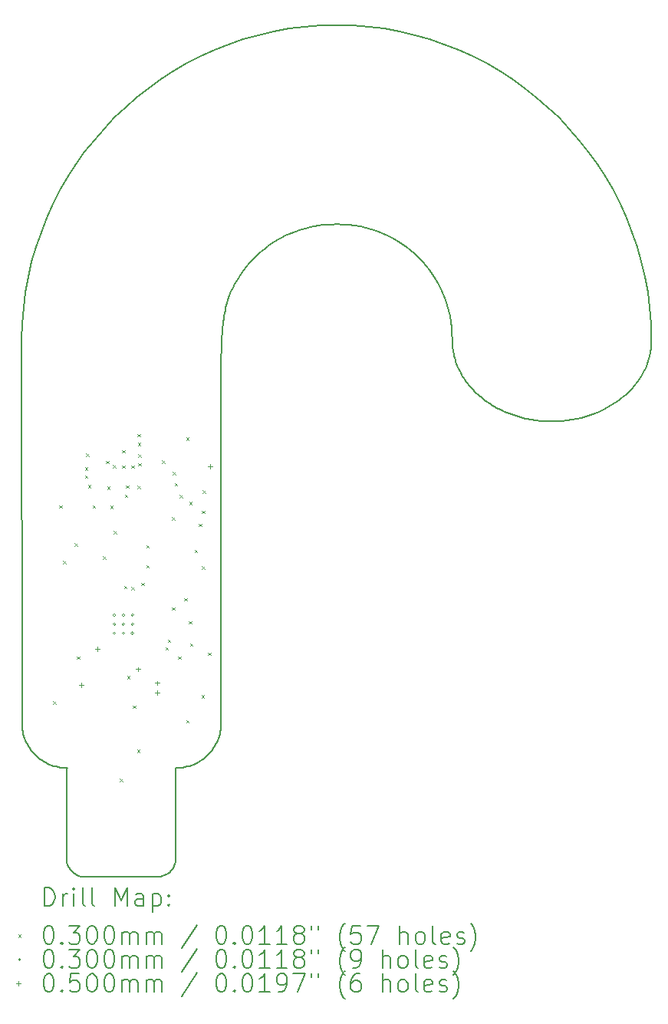
<source format=gbr>
%TF.GenerationSoftware,KiCad,Pcbnew,7.0.9*%
%TF.CreationDate,2023-12-10T17:51:25-07:00*%
%TF.ProjectId,chrimbus2023,63687269-6d62-4757-9332-3032332e6b69,rev?*%
%TF.SameCoordinates,Original*%
%TF.FileFunction,Drillmap*%
%TF.FilePolarity,Positive*%
%FSLAX45Y45*%
G04 Gerber Fmt 4.5, Leading zero omitted, Abs format (unit mm)*
G04 Created by KiCad (PCBNEW 7.0.9) date 2023-12-10 17:51:25*
%MOMM*%
%LPD*%
G01*
G04 APERTURE LIST*
%ADD10C,0.200000*%
%ADD11C,0.100000*%
G04 APERTURE END LIST*
D10*
X8051601Y-14632172D02*
X8077331Y-14631521D01*
X8102723Y-14629590D01*
X8127746Y-14626410D01*
X8152368Y-14622013D01*
X8176558Y-14616429D01*
X8200284Y-14609691D01*
X8223515Y-14601829D01*
X8246220Y-14592876D01*
X8268367Y-14582862D01*
X8289925Y-14571820D01*
X8310863Y-14559779D01*
X8331148Y-14546773D01*
X8350750Y-14532832D01*
X8369638Y-14517987D01*
X8387779Y-14502271D01*
X8405142Y-14485714D01*
X8421697Y-14468349D01*
X8437411Y-14450205D01*
X8452253Y-14431316D01*
X8466192Y-14411712D01*
X8479196Y-14391424D01*
X8491234Y-14370485D01*
X8502274Y-14348925D01*
X8512286Y-14326776D01*
X8521238Y-14304070D01*
X8529097Y-14280837D01*
X8535834Y-14257109D01*
X8541416Y-14232918D01*
X8545812Y-14208296D01*
X8548991Y-14183272D01*
X8550921Y-14157880D01*
X8551571Y-14132150D01*
X13301565Y-9906000D02*
X13297006Y-9728280D01*
X13283477Y-9552763D01*
X13261206Y-9379674D01*
X13230418Y-9209239D01*
X13191337Y-9041683D01*
X13144189Y-8877232D01*
X13089201Y-8716111D01*
X13026597Y-8558547D01*
X12956603Y-8404764D01*
X12879445Y-8254988D01*
X12795348Y-8109445D01*
X12704537Y-7968359D01*
X12607239Y-7831958D01*
X12503678Y-7700466D01*
X12394080Y-7574108D01*
X12278671Y-7453111D01*
X12157676Y-7337699D01*
X12031321Y-7228099D01*
X11899831Y-7124536D01*
X11763432Y-7027235D01*
X11622349Y-6936422D01*
X11476808Y-6852323D01*
X11327034Y-6775163D01*
X11173253Y-6705167D01*
X11015690Y-6642561D01*
X10854572Y-6587572D01*
X10690122Y-6540423D01*
X10522568Y-6501341D01*
X10352133Y-6470551D01*
X10179045Y-6448279D01*
X10003528Y-6434751D01*
X9825809Y-6430191D01*
X11101596Y-9905638D02*
X11101544Y-9906000D01*
X8051601Y-15632162D02*
X8051601Y-14632172D01*
X6845577Y-14632172D02*
X6845577Y-15632162D01*
X7851562Y-15832150D02*
X7876227Y-15830629D01*
X7900317Y-15826127D01*
X7923578Y-15818749D01*
X7945752Y-15808603D01*
X7966584Y-15795794D01*
X7985816Y-15780428D01*
X7993005Y-15773589D01*
X6351550Y-14132150D02*
X6352201Y-14157879D01*
X6354133Y-14183271D01*
X6357313Y-14208294D01*
X6361711Y-14232917D01*
X6367295Y-14257107D01*
X6374034Y-14280835D01*
X6381895Y-14304067D01*
X6390849Y-14326774D01*
X6400863Y-14348922D01*
X6411906Y-14370482D01*
X6423946Y-14391422D01*
X6436952Y-14411709D01*
X6450893Y-14431313D01*
X6465737Y-14450203D01*
X6481454Y-14468346D01*
X6498010Y-14485712D01*
X6515376Y-14502269D01*
X6533519Y-14517985D01*
X6552408Y-14532830D01*
X6572012Y-14546771D01*
X6592299Y-14559778D01*
X6613238Y-14571818D01*
X6634798Y-14582861D01*
X6656947Y-14592875D01*
X6679653Y-14601829D01*
X6702885Y-14609690D01*
X6726613Y-14616429D01*
X6750803Y-14622012D01*
X6775426Y-14626410D01*
X6800449Y-14629590D01*
X6825841Y-14631521D01*
X6851571Y-14632172D01*
X6851571Y-14632172D02*
X6845577Y-14632172D01*
X9825809Y-6430191D02*
X9648088Y-6434751D01*
X9472571Y-6448279D01*
X9299482Y-6470551D01*
X9129047Y-6501341D01*
X8961491Y-6540423D01*
X8797040Y-6587572D01*
X8635920Y-6642562D01*
X8478355Y-6705167D01*
X8324572Y-6775163D01*
X8174797Y-6852323D01*
X8029253Y-6936422D01*
X7888168Y-7027235D01*
X7751767Y-7124536D01*
X7620274Y-7228099D01*
X7493917Y-7337699D01*
X7372919Y-7453111D01*
X7257508Y-7574108D01*
X7147908Y-7700466D01*
X7044345Y-7831958D01*
X6947044Y-7968359D01*
X6856231Y-8109445D01*
X6772132Y-8254988D01*
X6694971Y-8404764D01*
X6624976Y-8558547D01*
X6562370Y-8716111D01*
X6507380Y-8877232D01*
X6460232Y-9041683D01*
X6421150Y-9209239D01*
X6390360Y-9379674D01*
X6368088Y-9552763D01*
X6354560Y-9728280D01*
X6350000Y-9906000D01*
X12201581Y-10805997D02*
X12258186Y-10804824D01*
X12314048Y-10801348D01*
X12369098Y-10795623D01*
X12423267Y-10787708D01*
X12476485Y-10777658D01*
X12528684Y-10765529D01*
X12579793Y-10751379D01*
X12629745Y-10735264D01*
X12678471Y-10717240D01*
X12725900Y-10697364D01*
X12771964Y-10675693D01*
X12816593Y-10652283D01*
X12859720Y-10627191D01*
X12901274Y-10600473D01*
X12941186Y-10572186D01*
X12979387Y-10542386D01*
X13015809Y-10511129D01*
X13050382Y-10478474D01*
X13083037Y-10444475D01*
X13113705Y-10409189D01*
X13142316Y-10372674D01*
X13168803Y-10334985D01*
X13193094Y-10296180D01*
X13215122Y-10256314D01*
X13234818Y-10215444D01*
X13252111Y-10173627D01*
X13266934Y-10130920D01*
X13279217Y-10087378D01*
X13288890Y-10043058D01*
X13295886Y-9998018D01*
X13300134Y-9952313D01*
X13301565Y-9906000D01*
X7045565Y-15832150D02*
X7851562Y-15832150D01*
X6350000Y-9906000D02*
X6350004Y-10248023D01*
X6350016Y-10547848D01*
X6350036Y-10808341D01*
X6350062Y-11032367D01*
X6350095Y-11222791D01*
X6350134Y-11382478D01*
X6350178Y-11514294D01*
X6350227Y-11621103D01*
X6350281Y-11705771D01*
X6350338Y-11771163D01*
X6350399Y-11820144D01*
X6350463Y-11855580D01*
X6350529Y-11880335D01*
X6350666Y-11909266D01*
X6350806Y-11929857D01*
X6350945Y-11965032D01*
X6351014Y-11995251D01*
X6351080Y-12037711D01*
X6351144Y-12095278D01*
X6351206Y-12170816D01*
X6351264Y-12267192D01*
X6351318Y-12387269D01*
X6351368Y-12533914D01*
X6351414Y-12709992D01*
X6351453Y-12918367D01*
X6351488Y-13161905D01*
X6351516Y-13443471D01*
X6351537Y-13765931D01*
X6351550Y-14132150D01*
X11423740Y-10542401D02*
X11443294Y-10558007D01*
X11463267Y-10573176D01*
X11483649Y-10587904D01*
X11504427Y-10602187D01*
X11525591Y-10616021D01*
X11547129Y-10629403D01*
X11569030Y-10642328D01*
X11591283Y-10654794D01*
X11613876Y-10666795D01*
X11636799Y-10678329D01*
X11660040Y-10689391D01*
X11683587Y-10699978D01*
X11707430Y-10710085D01*
X11731557Y-10719710D01*
X11755956Y-10728847D01*
X11780618Y-10737494D01*
X11805530Y-10745647D01*
X11830680Y-10753301D01*
X11856059Y-10760453D01*
X11881654Y-10767099D01*
X11907454Y-10773235D01*
X11933449Y-10778858D01*
X11959626Y-10783963D01*
X11985974Y-10788547D01*
X12012483Y-10792606D01*
X12039140Y-10796136D01*
X12065935Y-10799134D01*
X12092857Y-10801595D01*
X12119893Y-10803515D01*
X12147034Y-10804892D01*
X12174267Y-10805720D01*
X12201581Y-10805997D01*
X11101544Y-9906000D02*
X11101883Y-9928348D01*
X11102896Y-9950629D01*
X11104579Y-9972834D01*
X11106927Y-9994955D01*
X11109936Y-10016981D01*
X11113600Y-10038904D01*
X11117915Y-10060715D01*
X11122877Y-10082403D01*
X11128481Y-10103961D01*
X11134721Y-10125378D01*
X11141594Y-10146646D01*
X11149095Y-10167754D01*
X11157218Y-10188695D01*
X11165960Y-10209459D01*
X11175316Y-10230037D01*
X11185281Y-10250419D01*
X11195850Y-10270596D01*
X11207019Y-10290559D01*
X11218783Y-10310298D01*
X11231138Y-10329806D01*
X11244078Y-10349071D01*
X11257599Y-10368086D01*
X11271696Y-10386840D01*
X11286365Y-10405325D01*
X11301602Y-10423531D01*
X11317400Y-10441450D01*
X11333757Y-10459072D01*
X11350666Y-10476387D01*
X11368124Y-10493387D01*
X11386125Y-10510062D01*
X11404666Y-10526403D01*
X11423740Y-10542401D01*
X8550021Y-10405969D02*
X8549996Y-10379562D01*
X8549939Y-10352164D01*
X8549871Y-10323845D01*
X8549815Y-10294675D01*
X8549793Y-10264725D01*
X8549827Y-10234064D01*
X8549938Y-10202763D01*
X8550150Y-10170893D01*
X8550485Y-10138523D01*
X8550963Y-10105724D01*
X8551608Y-10072566D01*
X8552442Y-10039120D01*
X8553486Y-10005455D01*
X8554764Y-9971641D01*
X8556296Y-9937750D01*
X8558105Y-9903852D01*
X8560213Y-9870015D01*
X8562643Y-9836312D01*
X8565416Y-9802812D01*
X8568555Y-9769585D01*
X8572081Y-9736702D01*
X8576017Y-9704233D01*
X8580385Y-9672247D01*
X8585207Y-9640817D01*
X8590505Y-9610011D01*
X8596302Y-9579900D01*
X8602618Y-9550554D01*
X8609477Y-9522043D01*
X8616901Y-9494438D01*
X8624911Y-9467810D01*
X8633530Y-9442227D01*
X8642780Y-9417761D01*
X6845577Y-15632162D02*
X6846611Y-15652609D01*
X6849642Y-15672465D01*
X6857715Y-15700922D01*
X6869718Y-15727485D01*
X6885311Y-15751814D01*
X6904156Y-15773571D01*
X6925912Y-15792415D01*
X6950241Y-15808009D01*
X6976804Y-15820011D01*
X7005261Y-15828085D01*
X7025118Y-15831116D01*
X7045565Y-15832150D01*
X9825809Y-8630212D02*
X9892598Y-8631835D01*
X9958381Y-8636653D01*
X10023083Y-8644595D01*
X10086632Y-8655588D01*
X10148954Y-8669557D01*
X10209978Y-8686431D01*
X10269629Y-8706137D01*
X10327835Y-8728601D01*
X10384523Y-8753751D01*
X10439620Y-8781513D01*
X10493054Y-8811816D01*
X10544750Y-8844584D01*
X10594636Y-8879747D01*
X10642640Y-8917231D01*
X10688688Y-8956962D01*
X10732708Y-8998869D01*
X10774626Y-9042877D01*
X10814369Y-9088914D01*
X10851865Y-9136908D01*
X10887040Y-9186785D01*
X10919822Y-9238472D01*
X10950138Y-9291896D01*
X10977914Y-9346984D01*
X11003078Y-9403664D01*
X11025557Y-9461862D01*
X11045278Y-9521506D01*
X11062167Y-9582522D01*
X11076153Y-9644838D01*
X11087161Y-9708381D01*
X11095120Y-9773077D01*
X11099956Y-9838854D01*
X11101596Y-9905638D01*
X8551571Y-14132150D02*
X8551558Y-13782165D01*
X8551539Y-13472031D01*
X8551513Y-13199270D01*
X8551481Y-12961404D01*
X8551444Y-12755953D01*
X8551402Y-12580439D01*
X8551355Y-12432385D01*
X8551304Y-12309311D01*
X8551250Y-12208740D01*
X8551192Y-12128192D01*
X8551132Y-12065190D01*
X8551069Y-12017256D01*
X8551005Y-11981910D01*
X8550939Y-11956675D01*
X8550805Y-11926622D01*
X8550605Y-11895411D01*
X8550476Y-11854935D01*
X8550415Y-11821362D01*
X8550357Y-11775593D01*
X8550302Y-11715151D01*
X8550250Y-11637558D01*
X8550202Y-11540334D01*
X8550158Y-11421001D01*
X8550119Y-11277082D01*
X8550085Y-11106098D01*
X8550058Y-10905570D01*
X8550036Y-10673020D01*
X8550021Y-10405969D01*
X8642780Y-9417761D02*
X8661108Y-9374390D01*
X8680957Y-9331911D01*
X8702293Y-9290358D01*
X8725086Y-9249761D01*
X8749304Y-9210153D01*
X8774915Y-9171564D01*
X8801887Y-9134027D01*
X8830189Y-9097574D01*
X8859788Y-9062235D01*
X8890654Y-9028044D01*
X8922754Y-8995031D01*
X8956057Y-8963229D01*
X8990530Y-8932669D01*
X9026143Y-8903382D01*
X9062864Y-8875401D01*
X9100660Y-8848757D01*
X9139500Y-8823483D01*
X9179352Y-8799609D01*
X9220185Y-8777167D01*
X9261967Y-8756190D01*
X9304666Y-8736708D01*
X9348251Y-8718754D01*
X9392688Y-8702359D01*
X9437948Y-8687556D01*
X9483998Y-8674375D01*
X9530807Y-8662849D01*
X9578342Y-8653009D01*
X9626572Y-8644886D01*
X9675466Y-8638514D01*
X9724991Y-8633923D01*
X9775116Y-8631145D01*
X9825809Y-8630212D01*
X7993005Y-15773589D02*
X8009368Y-15755072D01*
X8023218Y-15734853D01*
X8034448Y-15713188D01*
X8042951Y-15690333D01*
X8048622Y-15666545D01*
X8051355Y-15642080D01*
X8051601Y-15632162D01*
D11*
X6697563Y-13896150D02*
X6727563Y-13926150D01*
X6727563Y-13896150D02*
X6697563Y-13926150D01*
X6762563Y-11731150D02*
X6792563Y-11761150D01*
X6792563Y-11731150D02*
X6762563Y-11761150D01*
X6807563Y-12346150D02*
X6837563Y-12376150D01*
X6837563Y-12346150D02*
X6807563Y-12376150D01*
X6932563Y-12151150D02*
X6962563Y-12181150D01*
X6962563Y-12151150D02*
X6932563Y-12181150D01*
X6957563Y-13401150D02*
X6987563Y-13431150D01*
X6987563Y-13401150D02*
X6957563Y-13431150D01*
X7047563Y-11311150D02*
X7077563Y-11341150D01*
X7077563Y-11311150D02*
X7047563Y-11341150D01*
X7047563Y-11401150D02*
X7077563Y-11431150D01*
X7077563Y-11401150D02*
X7047563Y-11431150D01*
X7057563Y-11161150D02*
X7087563Y-11191150D01*
X7087563Y-11161150D02*
X7057563Y-11191150D01*
X7082563Y-11506150D02*
X7112563Y-11536150D01*
X7112563Y-11506150D02*
X7082563Y-11536150D01*
X7132563Y-11731150D02*
X7162563Y-11761150D01*
X7162563Y-11731150D02*
X7132563Y-11761150D01*
X7247563Y-12296150D02*
X7277563Y-12326150D01*
X7277563Y-12296150D02*
X7247563Y-12326150D01*
X7280323Y-11239048D02*
X7310323Y-11269048D01*
X7310323Y-11239048D02*
X7280323Y-11269048D01*
X7292563Y-11526150D02*
X7322563Y-11556150D01*
X7322563Y-11526150D02*
X7292563Y-11556150D01*
X7327563Y-11736150D02*
X7357563Y-11766150D01*
X7357563Y-11736150D02*
X7327563Y-11766150D01*
X7357386Y-11287013D02*
X7387386Y-11317013D01*
X7387386Y-11287013D02*
X7357386Y-11317013D01*
X7362563Y-12016150D02*
X7392563Y-12046150D01*
X7392563Y-12016150D02*
X7362563Y-12046150D01*
X7432563Y-14751150D02*
X7462563Y-14781150D01*
X7462563Y-14751150D02*
X7432563Y-14781150D01*
X7457563Y-11121150D02*
X7487563Y-11151150D01*
X7487563Y-11121150D02*
X7457563Y-11151150D01*
X7457563Y-11291150D02*
X7487563Y-11321150D01*
X7487563Y-11291150D02*
X7457563Y-11321150D01*
X7477563Y-12621150D02*
X7507563Y-12651150D01*
X7507563Y-12621150D02*
X7477563Y-12651150D01*
X7487563Y-11611150D02*
X7517563Y-11641150D01*
X7517563Y-11611150D02*
X7487563Y-11641150D01*
X7497563Y-11511150D02*
X7527563Y-11541150D01*
X7527563Y-11511150D02*
X7497563Y-11541150D01*
X7512563Y-13616150D02*
X7542563Y-13646150D01*
X7542563Y-13616150D02*
X7512563Y-13646150D01*
X7557563Y-11291150D02*
X7587563Y-11321150D01*
X7587563Y-11291150D02*
X7557563Y-11321150D01*
X7557563Y-12631150D02*
X7587563Y-12661150D01*
X7587563Y-12631150D02*
X7557563Y-12661150D01*
X7577563Y-13941150D02*
X7607563Y-13971150D01*
X7607563Y-13941150D02*
X7577563Y-13971150D01*
X7622563Y-14426150D02*
X7652563Y-14456150D01*
X7652563Y-14426150D02*
X7622563Y-14456150D01*
X7627374Y-10943041D02*
X7657374Y-10973041D01*
X7657374Y-10943041D02*
X7627374Y-10973041D01*
X7627563Y-11516150D02*
X7657563Y-11546150D01*
X7657563Y-11516150D02*
X7627563Y-11546150D01*
X7630413Y-11041150D02*
X7660413Y-11071150D01*
X7660413Y-11041150D02*
X7630413Y-11071150D01*
X7636976Y-11166476D02*
X7666976Y-11196476D01*
X7666976Y-11166476D02*
X7636976Y-11196476D01*
X7636976Y-11265823D02*
X7666976Y-11295823D01*
X7666976Y-11265823D02*
X7636976Y-11295823D01*
X7667563Y-12586150D02*
X7697563Y-12616150D01*
X7697563Y-12586150D02*
X7667563Y-12616150D01*
X7722563Y-12171150D02*
X7752563Y-12201150D01*
X7752563Y-12171150D02*
X7722563Y-12201150D01*
X7722563Y-12391150D02*
X7752563Y-12421150D01*
X7752563Y-12391150D02*
X7722563Y-12421150D01*
X7897563Y-11236150D02*
X7927563Y-11266150D01*
X7927563Y-11236150D02*
X7897563Y-11266150D01*
X7937563Y-13296150D02*
X7967563Y-13326150D01*
X7967563Y-13296150D02*
X7937563Y-13326150D01*
X7962563Y-13211150D02*
X7992563Y-13241150D01*
X7992563Y-13211150D02*
X7962563Y-13241150D01*
X8007563Y-11861150D02*
X8037563Y-11891150D01*
X8037563Y-11861150D02*
X8007563Y-11891150D01*
X8007563Y-12856150D02*
X8037563Y-12886150D01*
X8037563Y-12856150D02*
X8007563Y-12886150D01*
X8017563Y-11361150D02*
X8047563Y-11391150D01*
X8047563Y-11361150D02*
X8017563Y-11391150D01*
X8037563Y-11486150D02*
X8067563Y-11516150D01*
X8067563Y-11486150D02*
X8037563Y-11516150D01*
X8077563Y-13401150D02*
X8107563Y-13431150D01*
X8107563Y-13401150D02*
X8077563Y-13431150D01*
X8092563Y-11616150D02*
X8122563Y-11646150D01*
X8122563Y-11616150D02*
X8092563Y-11646150D01*
X8142563Y-12756150D02*
X8172563Y-12786150D01*
X8172563Y-12756150D02*
X8142563Y-12786150D01*
X8162563Y-10981150D02*
X8192563Y-11011150D01*
X8192563Y-10981150D02*
X8162563Y-11011150D01*
X8162563Y-14101150D02*
X8192563Y-14131150D01*
X8192563Y-14101150D02*
X8162563Y-14131150D01*
X8192563Y-13011150D02*
X8222563Y-13041150D01*
X8222563Y-13011150D02*
X8192563Y-13041150D01*
X8197563Y-11691150D02*
X8227563Y-11721150D01*
X8227563Y-11691150D02*
X8197563Y-11721150D01*
X8207563Y-13256150D02*
X8237563Y-13286150D01*
X8237563Y-13256150D02*
X8207563Y-13286150D01*
X8257563Y-12221150D02*
X8287563Y-12251150D01*
X8287563Y-12221150D02*
X8257563Y-12251150D01*
X8302563Y-11936150D02*
X8332563Y-11966150D01*
X8332563Y-11936150D02*
X8302563Y-11966150D01*
X8332563Y-13826150D02*
X8362563Y-13856150D01*
X8362563Y-13826150D02*
X8332563Y-13856150D01*
X8337563Y-11791150D02*
X8367563Y-11821150D01*
X8367563Y-11791150D02*
X8337563Y-11821150D01*
X8337563Y-12406150D02*
X8367563Y-12436150D01*
X8367563Y-12406150D02*
X8337563Y-12436150D01*
X8347563Y-11566150D02*
X8377563Y-11596150D01*
X8377563Y-11566150D02*
X8347563Y-11596150D01*
X8407563Y-13356150D02*
X8437563Y-13386150D01*
X8437563Y-13356150D02*
X8407563Y-13386150D01*
X7386523Y-12943330D02*
G75*
G03*
X7386523Y-12943330I-15000J0D01*
G01*
X7386523Y-13043330D02*
G75*
G03*
X7386523Y-13043330I-15000J0D01*
G01*
X7386523Y-13143330D02*
G75*
G03*
X7386523Y-13143330I-15000J0D01*
G01*
X7486523Y-12943330D02*
G75*
G03*
X7486523Y-12943330I-15000J0D01*
G01*
X7486523Y-13043330D02*
G75*
G03*
X7486523Y-13043330I-15000J0D01*
G01*
X7486523Y-13143330D02*
G75*
G03*
X7486523Y-13143330I-15000J0D01*
G01*
X7586523Y-12943330D02*
G75*
G03*
X7586523Y-12943330I-15000J0D01*
G01*
X7586523Y-13043330D02*
G75*
G03*
X7586523Y-13043330I-15000J0D01*
G01*
X7586523Y-13143330D02*
G75*
G03*
X7586523Y-13143330I-15000J0D01*
G01*
X7006603Y-13688790D02*
X7006603Y-13738790D01*
X6981603Y-13713790D02*
X7031603Y-13713790D01*
X7184403Y-13292550D02*
X7184403Y-13342550D01*
X7159403Y-13317550D02*
X7209403Y-13317550D01*
X7633983Y-13516070D02*
X7633983Y-13566070D01*
X7608983Y-13541070D02*
X7658983Y-13541070D01*
X7842263Y-13668470D02*
X7842263Y-13718470D01*
X7817263Y-13693470D02*
X7867263Y-13693470D01*
X7844803Y-13772610D02*
X7844803Y-13822610D01*
X7819803Y-13797610D02*
X7869803Y-13797610D01*
X8429003Y-11275790D02*
X8429003Y-11325790D01*
X8404003Y-11300790D02*
X8454003Y-11300790D01*
D10*
X6600777Y-16153644D02*
X6600777Y-15953644D01*
X6600777Y-15953644D02*
X6648396Y-15953644D01*
X6648396Y-15953644D02*
X6676967Y-15963168D01*
X6676967Y-15963168D02*
X6696015Y-15982215D01*
X6696015Y-15982215D02*
X6705539Y-16001263D01*
X6705539Y-16001263D02*
X6715062Y-16039358D01*
X6715062Y-16039358D02*
X6715062Y-16067930D01*
X6715062Y-16067930D02*
X6705539Y-16106025D01*
X6705539Y-16106025D02*
X6696015Y-16125073D01*
X6696015Y-16125073D02*
X6676967Y-16144120D01*
X6676967Y-16144120D02*
X6648396Y-16153644D01*
X6648396Y-16153644D02*
X6600777Y-16153644D01*
X6800777Y-16153644D02*
X6800777Y-16020311D01*
X6800777Y-16058406D02*
X6810301Y-16039358D01*
X6810301Y-16039358D02*
X6819824Y-16029834D01*
X6819824Y-16029834D02*
X6838872Y-16020311D01*
X6838872Y-16020311D02*
X6857920Y-16020311D01*
X6924586Y-16153644D02*
X6924586Y-16020311D01*
X6924586Y-15953644D02*
X6915062Y-15963168D01*
X6915062Y-15963168D02*
X6924586Y-15972692D01*
X6924586Y-15972692D02*
X6934110Y-15963168D01*
X6934110Y-15963168D02*
X6924586Y-15953644D01*
X6924586Y-15953644D02*
X6924586Y-15972692D01*
X7048396Y-16153644D02*
X7029348Y-16144120D01*
X7029348Y-16144120D02*
X7019824Y-16125073D01*
X7019824Y-16125073D02*
X7019824Y-15953644D01*
X7153158Y-16153644D02*
X7134110Y-16144120D01*
X7134110Y-16144120D02*
X7124586Y-16125073D01*
X7124586Y-16125073D02*
X7124586Y-15953644D01*
X7381729Y-16153644D02*
X7381729Y-15953644D01*
X7381729Y-15953644D02*
X7448396Y-16096501D01*
X7448396Y-16096501D02*
X7515062Y-15953644D01*
X7515062Y-15953644D02*
X7515062Y-16153644D01*
X7696015Y-16153644D02*
X7696015Y-16048882D01*
X7696015Y-16048882D02*
X7686491Y-16029834D01*
X7686491Y-16029834D02*
X7667443Y-16020311D01*
X7667443Y-16020311D02*
X7629348Y-16020311D01*
X7629348Y-16020311D02*
X7610301Y-16029834D01*
X7696015Y-16144120D02*
X7676967Y-16153644D01*
X7676967Y-16153644D02*
X7629348Y-16153644D01*
X7629348Y-16153644D02*
X7610301Y-16144120D01*
X7610301Y-16144120D02*
X7600777Y-16125073D01*
X7600777Y-16125073D02*
X7600777Y-16106025D01*
X7600777Y-16106025D02*
X7610301Y-16086977D01*
X7610301Y-16086977D02*
X7629348Y-16077454D01*
X7629348Y-16077454D02*
X7676967Y-16077454D01*
X7676967Y-16077454D02*
X7696015Y-16067930D01*
X7791253Y-16020311D02*
X7791253Y-16220311D01*
X7791253Y-16029834D02*
X7810301Y-16020311D01*
X7810301Y-16020311D02*
X7848396Y-16020311D01*
X7848396Y-16020311D02*
X7867443Y-16029834D01*
X7867443Y-16029834D02*
X7876967Y-16039358D01*
X7876967Y-16039358D02*
X7886491Y-16058406D01*
X7886491Y-16058406D02*
X7886491Y-16115549D01*
X7886491Y-16115549D02*
X7876967Y-16134596D01*
X7876967Y-16134596D02*
X7867443Y-16144120D01*
X7867443Y-16144120D02*
X7848396Y-16153644D01*
X7848396Y-16153644D02*
X7810301Y-16153644D01*
X7810301Y-16153644D02*
X7791253Y-16144120D01*
X7972205Y-16134596D02*
X7981729Y-16144120D01*
X7981729Y-16144120D02*
X7972205Y-16153644D01*
X7972205Y-16153644D02*
X7962682Y-16144120D01*
X7962682Y-16144120D02*
X7972205Y-16134596D01*
X7972205Y-16134596D02*
X7972205Y-16153644D01*
X7972205Y-16029834D02*
X7981729Y-16039358D01*
X7981729Y-16039358D02*
X7972205Y-16048882D01*
X7972205Y-16048882D02*
X7962682Y-16039358D01*
X7962682Y-16039358D02*
X7972205Y-16029834D01*
X7972205Y-16029834D02*
X7972205Y-16048882D01*
D11*
X6310000Y-16467160D02*
X6340000Y-16497160D01*
X6340000Y-16467160D02*
X6310000Y-16497160D01*
D10*
X6638872Y-16373644D02*
X6657920Y-16373644D01*
X6657920Y-16373644D02*
X6676967Y-16383168D01*
X6676967Y-16383168D02*
X6686491Y-16392692D01*
X6686491Y-16392692D02*
X6696015Y-16411739D01*
X6696015Y-16411739D02*
X6705539Y-16449834D01*
X6705539Y-16449834D02*
X6705539Y-16497454D01*
X6705539Y-16497454D02*
X6696015Y-16535549D01*
X6696015Y-16535549D02*
X6686491Y-16554596D01*
X6686491Y-16554596D02*
X6676967Y-16564120D01*
X6676967Y-16564120D02*
X6657920Y-16573644D01*
X6657920Y-16573644D02*
X6638872Y-16573644D01*
X6638872Y-16573644D02*
X6619824Y-16564120D01*
X6619824Y-16564120D02*
X6610301Y-16554596D01*
X6610301Y-16554596D02*
X6600777Y-16535549D01*
X6600777Y-16535549D02*
X6591253Y-16497454D01*
X6591253Y-16497454D02*
X6591253Y-16449834D01*
X6591253Y-16449834D02*
X6600777Y-16411739D01*
X6600777Y-16411739D02*
X6610301Y-16392692D01*
X6610301Y-16392692D02*
X6619824Y-16383168D01*
X6619824Y-16383168D02*
X6638872Y-16373644D01*
X6791253Y-16554596D02*
X6800777Y-16564120D01*
X6800777Y-16564120D02*
X6791253Y-16573644D01*
X6791253Y-16573644D02*
X6781729Y-16564120D01*
X6781729Y-16564120D02*
X6791253Y-16554596D01*
X6791253Y-16554596D02*
X6791253Y-16573644D01*
X6867443Y-16373644D02*
X6991253Y-16373644D01*
X6991253Y-16373644D02*
X6924586Y-16449834D01*
X6924586Y-16449834D02*
X6953158Y-16449834D01*
X6953158Y-16449834D02*
X6972205Y-16459358D01*
X6972205Y-16459358D02*
X6981729Y-16468882D01*
X6981729Y-16468882D02*
X6991253Y-16487930D01*
X6991253Y-16487930D02*
X6991253Y-16535549D01*
X6991253Y-16535549D02*
X6981729Y-16554596D01*
X6981729Y-16554596D02*
X6972205Y-16564120D01*
X6972205Y-16564120D02*
X6953158Y-16573644D01*
X6953158Y-16573644D02*
X6896015Y-16573644D01*
X6896015Y-16573644D02*
X6876967Y-16564120D01*
X6876967Y-16564120D02*
X6867443Y-16554596D01*
X7115062Y-16373644D02*
X7134110Y-16373644D01*
X7134110Y-16373644D02*
X7153158Y-16383168D01*
X7153158Y-16383168D02*
X7162682Y-16392692D01*
X7162682Y-16392692D02*
X7172205Y-16411739D01*
X7172205Y-16411739D02*
X7181729Y-16449834D01*
X7181729Y-16449834D02*
X7181729Y-16497454D01*
X7181729Y-16497454D02*
X7172205Y-16535549D01*
X7172205Y-16535549D02*
X7162682Y-16554596D01*
X7162682Y-16554596D02*
X7153158Y-16564120D01*
X7153158Y-16564120D02*
X7134110Y-16573644D01*
X7134110Y-16573644D02*
X7115062Y-16573644D01*
X7115062Y-16573644D02*
X7096015Y-16564120D01*
X7096015Y-16564120D02*
X7086491Y-16554596D01*
X7086491Y-16554596D02*
X7076967Y-16535549D01*
X7076967Y-16535549D02*
X7067443Y-16497454D01*
X7067443Y-16497454D02*
X7067443Y-16449834D01*
X7067443Y-16449834D02*
X7076967Y-16411739D01*
X7076967Y-16411739D02*
X7086491Y-16392692D01*
X7086491Y-16392692D02*
X7096015Y-16383168D01*
X7096015Y-16383168D02*
X7115062Y-16373644D01*
X7305539Y-16373644D02*
X7324586Y-16373644D01*
X7324586Y-16373644D02*
X7343634Y-16383168D01*
X7343634Y-16383168D02*
X7353158Y-16392692D01*
X7353158Y-16392692D02*
X7362682Y-16411739D01*
X7362682Y-16411739D02*
X7372205Y-16449834D01*
X7372205Y-16449834D02*
X7372205Y-16497454D01*
X7372205Y-16497454D02*
X7362682Y-16535549D01*
X7362682Y-16535549D02*
X7353158Y-16554596D01*
X7353158Y-16554596D02*
X7343634Y-16564120D01*
X7343634Y-16564120D02*
X7324586Y-16573644D01*
X7324586Y-16573644D02*
X7305539Y-16573644D01*
X7305539Y-16573644D02*
X7286491Y-16564120D01*
X7286491Y-16564120D02*
X7276967Y-16554596D01*
X7276967Y-16554596D02*
X7267443Y-16535549D01*
X7267443Y-16535549D02*
X7257920Y-16497454D01*
X7257920Y-16497454D02*
X7257920Y-16449834D01*
X7257920Y-16449834D02*
X7267443Y-16411739D01*
X7267443Y-16411739D02*
X7276967Y-16392692D01*
X7276967Y-16392692D02*
X7286491Y-16383168D01*
X7286491Y-16383168D02*
X7305539Y-16373644D01*
X7457920Y-16573644D02*
X7457920Y-16440311D01*
X7457920Y-16459358D02*
X7467443Y-16449834D01*
X7467443Y-16449834D02*
X7486491Y-16440311D01*
X7486491Y-16440311D02*
X7515063Y-16440311D01*
X7515063Y-16440311D02*
X7534110Y-16449834D01*
X7534110Y-16449834D02*
X7543634Y-16468882D01*
X7543634Y-16468882D02*
X7543634Y-16573644D01*
X7543634Y-16468882D02*
X7553158Y-16449834D01*
X7553158Y-16449834D02*
X7572205Y-16440311D01*
X7572205Y-16440311D02*
X7600777Y-16440311D01*
X7600777Y-16440311D02*
X7619824Y-16449834D01*
X7619824Y-16449834D02*
X7629348Y-16468882D01*
X7629348Y-16468882D02*
X7629348Y-16573644D01*
X7724586Y-16573644D02*
X7724586Y-16440311D01*
X7724586Y-16459358D02*
X7734110Y-16449834D01*
X7734110Y-16449834D02*
X7753158Y-16440311D01*
X7753158Y-16440311D02*
X7781729Y-16440311D01*
X7781729Y-16440311D02*
X7800777Y-16449834D01*
X7800777Y-16449834D02*
X7810301Y-16468882D01*
X7810301Y-16468882D02*
X7810301Y-16573644D01*
X7810301Y-16468882D02*
X7819824Y-16449834D01*
X7819824Y-16449834D02*
X7838872Y-16440311D01*
X7838872Y-16440311D02*
X7867443Y-16440311D01*
X7867443Y-16440311D02*
X7886491Y-16449834D01*
X7886491Y-16449834D02*
X7896015Y-16468882D01*
X7896015Y-16468882D02*
X7896015Y-16573644D01*
X8286491Y-16364120D02*
X8115063Y-16621263D01*
X8543634Y-16373644D02*
X8562682Y-16373644D01*
X8562682Y-16373644D02*
X8581729Y-16383168D01*
X8581729Y-16383168D02*
X8591253Y-16392692D01*
X8591253Y-16392692D02*
X8600777Y-16411739D01*
X8600777Y-16411739D02*
X8610301Y-16449834D01*
X8610301Y-16449834D02*
X8610301Y-16497454D01*
X8610301Y-16497454D02*
X8600777Y-16535549D01*
X8600777Y-16535549D02*
X8591253Y-16554596D01*
X8591253Y-16554596D02*
X8581729Y-16564120D01*
X8581729Y-16564120D02*
X8562682Y-16573644D01*
X8562682Y-16573644D02*
X8543634Y-16573644D01*
X8543634Y-16573644D02*
X8524587Y-16564120D01*
X8524587Y-16564120D02*
X8515063Y-16554596D01*
X8515063Y-16554596D02*
X8505539Y-16535549D01*
X8505539Y-16535549D02*
X8496015Y-16497454D01*
X8496015Y-16497454D02*
X8496015Y-16449834D01*
X8496015Y-16449834D02*
X8505539Y-16411739D01*
X8505539Y-16411739D02*
X8515063Y-16392692D01*
X8515063Y-16392692D02*
X8524587Y-16383168D01*
X8524587Y-16383168D02*
X8543634Y-16373644D01*
X8696015Y-16554596D02*
X8705539Y-16564120D01*
X8705539Y-16564120D02*
X8696015Y-16573644D01*
X8696015Y-16573644D02*
X8686491Y-16564120D01*
X8686491Y-16564120D02*
X8696015Y-16554596D01*
X8696015Y-16554596D02*
X8696015Y-16573644D01*
X8829348Y-16373644D02*
X8848396Y-16373644D01*
X8848396Y-16373644D02*
X8867444Y-16383168D01*
X8867444Y-16383168D02*
X8876968Y-16392692D01*
X8876968Y-16392692D02*
X8886491Y-16411739D01*
X8886491Y-16411739D02*
X8896015Y-16449834D01*
X8896015Y-16449834D02*
X8896015Y-16497454D01*
X8896015Y-16497454D02*
X8886491Y-16535549D01*
X8886491Y-16535549D02*
X8876968Y-16554596D01*
X8876968Y-16554596D02*
X8867444Y-16564120D01*
X8867444Y-16564120D02*
X8848396Y-16573644D01*
X8848396Y-16573644D02*
X8829348Y-16573644D01*
X8829348Y-16573644D02*
X8810301Y-16564120D01*
X8810301Y-16564120D02*
X8800777Y-16554596D01*
X8800777Y-16554596D02*
X8791253Y-16535549D01*
X8791253Y-16535549D02*
X8781729Y-16497454D01*
X8781729Y-16497454D02*
X8781729Y-16449834D01*
X8781729Y-16449834D02*
X8791253Y-16411739D01*
X8791253Y-16411739D02*
X8800777Y-16392692D01*
X8800777Y-16392692D02*
X8810301Y-16383168D01*
X8810301Y-16383168D02*
X8829348Y-16373644D01*
X9086491Y-16573644D02*
X8972206Y-16573644D01*
X9029348Y-16573644D02*
X9029348Y-16373644D01*
X9029348Y-16373644D02*
X9010301Y-16402215D01*
X9010301Y-16402215D02*
X8991253Y-16421263D01*
X8991253Y-16421263D02*
X8972206Y-16430787D01*
X9276968Y-16573644D02*
X9162682Y-16573644D01*
X9219825Y-16573644D02*
X9219825Y-16373644D01*
X9219825Y-16373644D02*
X9200777Y-16402215D01*
X9200777Y-16402215D02*
X9181729Y-16421263D01*
X9181729Y-16421263D02*
X9162682Y-16430787D01*
X9391253Y-16459358D02*
X9372206Y-16449834D01*
X9372206Y-16449834D02*
X9362682Y-16440311D01*
X9362682Y-16440311D02*
X9353158Y-16421263D01*
X9353158Y-16421263D02*
X9353158Y-16411739D01*
X9353158Y-16411739D02*
X9362682Y-16392692D01*
X9362682Y-16392692D02*
X9372206Y-16383168D01*
X9372206Y-16383168D02*
X9391253Y-16373644D01*
X9391253Y-16373644D02*
X9429349Y-16373644D01*
X9429349Y-16373644D02*
X9448396Y-16383168D01*
X9448396Y-16383168D02*
X9457920Y-16392692D01*
X9457920Y-16392692D02*
X9467444Y-16411739D01*
X9467444Y-16411739D02*
X9467444Y-16421263D01*
X9467444Y-16421263D02*
X9457920Y-16440311D01*
X9457920Y-16440311D02*
X9448396Y-16449834D01*
X9448396Y-16449834D02*
X9429349Y-16459358D01*
X9429349Y-16459358D02*
X9391253Y-16459358D01*
X9391253Y-16459358D02*
X9372206Y-16468882D01*
X9372206Y-16468882D02*
X9362682Y-16478406D01*
X9362682Y-16478406D02*
X9353158Y-16497454D01*
X9353158Y-16497454D02*
X9353158Y-16535549D01*
X9353158Y-16535549D02*
X9362682Y-16554596D01*
X9362682Y-16554596D02*
X9372206Y-16564120D01*
X9372206Y-16564120D02*
X9391253Y-16573644D01*
X9391253Y-16573644D02*
X9429349Y-16573644D01*
X9429349Y-16573644D02*
X9448396Y-16564120D01*
X9448396Y-16564120D02*
X9457920Y-16554596D01*
X9457920Y-16554596D02*
X9467444Y-16535549D01*
X9467444Y-16535549D02*
X9467444Y-16497454D01*
X9467444Y-16497454D02*
X9457920Y-16478406D01*
X9457920Y-16478406D02*
X9448396Y-16468882D01*
X9448396Y-16468882D02*
X9429349Y-16459358D01*
X9543634Y-16373644D02*
X9543634Y-16411739D01*
X9619825Y-16373644D02*
X9619825Y-16411739D01*
X9915063Y-16649834D02*
X9905539Y-16640311D01*
X9905539Y-16640311D02*
X9886491Y-16611739D01*
X9886491Y-16611739D02*
X9876968Y-16592692D01*
X9876968Y-16592692D02*
X9867444Y-16564120D01*
X9867444Y-16564120D02*
X9857920Y-16516501D01*
X9857920Y-16516501D02*
X9857920Y-16478406D01*
X9857920Y-16478406D02*
X9867444Y-16430787D01*
X9867444Y-16430787D02*
X9876968Y-16402215D01*
X9876968Y-16402215D02*
X9886491Y-16383168D01*
X9886491Y-16383168D02*
X9905539Y-16354596D01*
X9905539Y-16354596D02*
X9915063Y-16345073D01*
X10086491Y-16373644D02*
X9991253Y-16373644D01*
X9991253Y-16373644D02*
X9981730Y-16468882D01*
X9981730Y-16468882D02*
X9991253Y-16459358D01*
X9991253Y-16459358D02*
X10010301Y-16449834D01*
X10010301Y-16449834D02*
X10057920Y-16449834D01*
X10057920Y-16449834D02*
X10076968Y-16459358D01*
X10076968Y-16459358D02*
X10086491Y-16468882D01*
X10086491Y-16468882D02*
X10096015Y-16487930D01*
X10096015Y-16487930D02*
X10096015Y-16535549D01*
X10096015Y-16535549D02*
X10086491Y-16554596D01*
X10086491Y-16554596D02*
X10076968Y-16564120D01*
X10076968Y-16564120D02*
X10057920Y-16573644D01*
X10057920Y-16573644D02*
X10010301Y-16573644D01*
X10010301Y-16573644D02*
X9991253Y-16564120D01*
X9991253Y-16564120D02*
X9981730Y-16554596D01*
X10162682Y-16373644D02*
X10296015Y-16373644D01*
X10296015Y-16373644D02*
X10210301Y-16573644D01*
X10524587Y-16573644D02*
X10524587Y-16373644D01*
X10610301Y-16573644D02*
X10610301Y-16468882D01*
X10610301Y-16468882D02*
X10600777Y-16449834D01*
X10600777Y-16449834D02*
X10581730Y-16440311D01*
X10581730Y-16440311D02*
X10553158Y-16440311D01*
X10553158Y-16440311D02*
X10534111Y-16449834D01*
X10534111Y-16449834D02*
X10524587Y-16459358D01*
X10734111Y-16573644D02*
X10715063Y-16564120D01*
X10715063Y-16564120D02*
X10705539Y-16554596D01*
X10705539Y-16554596D02*
X10696015Y-16535549D01*
X10696015Y-16535549D02*
X10696015Y-16478406D01*
X10696015Y-16478406D02*
X10705539Y-16459358D01*
X10705539Y-16459358D02*
X10715063Y-16449834D01*
X10715063Y-16449834D02*
X10734111Y-16440311D01*
X10734111Y-16440311D02*
X10762682Y-16440311D01*
X10762682Y-16440311D02*
X10781730Y-16449834D01*
X10781730Y-16449834D02*
X10791253Y-16459358D01*
X10791253Y-16459358D02*
X10800777Y-16478406D01*
X10800777Y-16478406D02*
X10800777Y-16535549D01*
X10800777Y-16535549D02*
X10791253Y-16554596D01*
X10791253Y-16554596D02*
X10781730Y-16564120D01*
X10781730Y-16564120D02*
X10762682Y-16573644D01*
X10762682Y-16573644D02*
X10734111Y-16573644D01*
X10915063Y-16573644D02*
X10896015Y-16564120D01*
X10896015Y-16564120D02*
X10886492Y-16545073D01*
X10886492Y-16545073D02*
X10886492Y-16373644D01*
X11067444Y-16564120D02*
X11048396Y-16573644D01*
X11048396Y-16573644D02*
X11010301Y-16573644D01*
X11010301Y-16573644D02*
X10991253Y-16564120D01*
X10991253Y-16564120D02*
X10981730Y-16545073D01*
X10981730Y-16545073D02*
X10981730Y-16468882D01*
X10981730Y-16468882D02*
X10991253Y-16449834D01*
X10991253Y-16449834D02*
X11010301Y-16440311D01*
X11010301Y-16440311D02*
X11048396Y-16440311D01*
X11048396Y-16440311D02*
X11067444Y-16449834D01*
X11067444Y-16449834D02*
X11076968Y-16468882D01*
X11076968Y-16468882D02*
X11076968Y-16487930D01*
X11076968Y-16487930D02*
X10981730Y-16506977D01*
X11153158Y-16564120D02*
X11172206Y-16573644D01*
X11172206Y-16573644D02*
X11210301Y-16573644D01*
X11210301Y-16573644D02*
X11229349Y-16564120D01*
X11229349Y-16564120D02*
X11238872Y-16545073D01*
X11238872Y-16545073D02*
X11238872Y-16535549D01*
X11238872Y-16535549D02*
X11229349Y-16516501D01*
X11229349Y-16516501D02*
X11210301Y-16506977D01*
X11210301Y-16506977D02*
X11181730Y-16506977D01*
X11181730Y-16506977D02*
X11162682Y-16497454D01*
X11162682Y-16497454D02*
X11153158Y-16478406D01*
X11153158Y-16478406D02*
X11153158Y-16468882D01*
X11153158Y-16468882D02*
X11162682Y-16449834D01*
X11162682Y-16449834D02*
X11181730Y-16440311D01*
X11181730Y-16440311D02*
X11210301Y-16440311D01*
X11210301Y-16440311D02*
X11229349Y-16449834D01*
X11305539Y-16649834D02*
X11315063Y-16640311D01*
X11315063Y-16640311D02*
X11334111Y-16611739D01*
X11334111Y-16611739D02*
X11343634Y-16592692D01*
X11343634Y-16592692D02*
X11353158Y-16564120D01*
X11353158Y-16564120D02*
X11362682Y-16516501D01*
X11362682Y-16516501D02*
X11362682Y-16478406D01*
X11362682Y-16478406D02*
X11353158Y-16430787D01*
X11353158Y-16430787D02*
X11343634Y-16402215D01*
X11343634Y-16402215D02*
X11334111Y-16383168D01*
X11334111Y-16383168D02*
X11315063Y-16354596D01*
X11315063Y-16354596D02*
X11305539Y-16345073D01*
D11*
X6340000Y-16746160D02*
G75*
G03*
X6340000Y-16746160I-15000J0D01*
G01*
D10*
X6638872Y-16637644D02*
X6657920Y-16637644D01*
X6657920Y-16637644D02*
X6676967Y-16647168D01*
X6676967Y-16647168D02*
X6686491Y-16656692D01*
X6686491Y-16656692D02*
X6696015Y-16675739D01*
X6696015Y-16675739D02*
X6705539Y-16713834D01*
X6705539Y-16713834D02*
X6705539Y-16761454D01*
X6705539Y-16761454D02*
X6696015Y-16799549D01*
X6696015Y-16799549D02*
X6686491Y-16818596D01*
X6686491Y-16818596D02*
X6676967Y-16828120D01*
X6676967Y-16828120D02*
X6657920Y-16837644D01*
X6657920Y-16837644D02*
X6638872Y-16837644D01*
X6638872Y-16837644D02*
X6619824Y-16828120D01*
X6619824Y-16828120D02*
X6610301Y-16818596D01*
X6610301Y-16818596D02*
X6600777Y-16799549D01*
X6600777Y-16799549D02*
X6591253Y-16761454D01*
X6591253Y-16761454D02*
X6591253Y-16713834D01*
X6591253Y-16713834D02*
X6600777Y-16675739D01*
X6600777Y-16675739D02*
X6610301Y-16656692D01*
X6610301Y-16656692D02*
X6619824Y-16647168D01*
X6619824Y-16647168D02*
X6638872Y-16637644D01*
X6791253Y-16818596D02*
X6800777Y-16828120D01*
X6800777Y-16828120D02*
X6791253Y-16837644D01*
X6791253Y-16837644D02*
X6781729Y-16828120D01*
X6781729Y-16828120D02*
X6791253Y-16818596D01*
X6791253Y-16818596D02*
X6791253Y-16837644D01*
X6867443Y-16637644D02*
X6991253Y-16637644D01*
X6991253Y-16637644D02*
X6924586Y-16713834D01*
X6924586Y-16713834D02*
X6953158Y-16713834D01*
X6953158Y-16713834D02*
X6972205Y-16723358D01*
X6972205Y-16723358D02*
X6981729Y-16732882D01*
X6981729Y-16732882D02*
X6991253Y-16751930D01*
X6991253Y-16751930D02*
X6991253Y-16799549D01*
X6991253Y-16799549D02*
X6981729Y-16818596D01*
X6981729Y-16818596D02*
X6972205Y-16828120D01*
X6972205Y-16828120D02*
X6953158Y-16837644D01*
X6953158Y-16837644D02*
X6896015Y-16837644D01*
X6896015Y-16837644D02*
X6876967Y-16828120D01*
X6876967Y-16828120D02*
X6867443Y-16818596D01*
X7115062Y-16637644D02*
X7134110Y-16637644D01*
X7134110Y-16637644D02*
X7153158Y-16647168D01*
X7153158Y-16647168D02*
X7162682Y-16656692D01*
X7162682Y-16656692D02*
X7172205Y-16675739D01*
X7172205Y-16675739D02*
X7181729Y-16713834D01*
X7181729Y-16713834D02*
X7181729Y-16761454D01*
X7181729Y-16761454D02*
X7172205Y-16799549D01*
X7172205Y-16799549D02*
X7162682Y-16818596D01*
X7162682Y-16818596D02*
X7153158Y-16828120D01*
X7153158Y-16828120D02*
X7134110Y-16837644D01*
X7134110Y-16837644D02*
X7115062Y-16837644D01*
X7115062Y-16837644D02*
X7096015Y-16828120D01*
X7096015Y-16828120D02*
X7086491Y-16818596D01*
X7086491Y-16818596D02*
X7076967Y-16799549D01*
X7076967Y-16799549D02*
X7067443Y-16761454D01*
X7067443Y-16761454D02*
X7067443Y-16713834D01*
X7067443Y-16713834D02*
X7076967Y-16675739D01*
X7076967Y-16675739D02*
X7086491Y-16656692D01*
X7086491Y-16656692D02*
X7096015Y-16647168D01*
X7096015Y-16647168D02*
X7115062Y-16637644D01*
X7305539Y-16637644D02*
X7324586Y-16637644D01*
X7324586Y-16637644D02*
X7343634Y-16647168D01*
X7343634Y-16647168D02*
X7353158Y-16656692D01*
X7353158Y-16656692D02*
X7362682Y-16675739D01*
X7362682Y-16675739D02*
X7372205Y-16713834D01*
X7372205Y-16713834D02*
X7372205Y-16761454D01*
X7372205Y-16761454D02*
X7362682Y-16799549D01*
X7362682Y-16799549D02*
X7353158Y-16818596D01*
X7353158Y-16818596D02*
X7343634Y-16828120D01*
X7343634Y-16828120D02*
X7324586Y-16837644D01*
X7324586Y-16837644D02*
X7305539Y-16837644D01*
X7305539Y-16837644D02*
X7286491Y-16828120D01*
X7286491Y-16828120D02*
X7276967Y-16818596D01*
X7276967Y-16818596D02*
X7267443Y-16799549D01*
X7267443Y-16799549D02*
X7257920Y-16761454D01*
X7257920Y-16761454D02*
X7257920Y-16713834D01*
X7257920Y-16713834D02*
X7267443Y-16675739D01*
X7267443Y-16675739D02*
X7276967Y-16656692D01*
X7276967Y-16656692D02*
X7286491Y-16647168D01*
X7286491Y-16647168D02*
X7305539Y-16637644D01*
X7457920Y-16837644D02*
X7457920Y-16704311D01*
X7457920Y-16723358D02*
X7467443Y-16713834D01*
X7467443Y-16713834D02*
X7486491Y-16704311D01*
X7486491Y-16704311D02*
X7515063Y-16704311D01*
X7515063Y-16704311D02*
X7534110Y-16713834D01*
X7534110Y-16713834D02*
X7543634Y-16732882D01*
X7543634Y-16732882D02*
X7543634Y-16837644D01*
X7543634Y-16732882D02*
X7553158Y-16713834D01*
X7553158Y-16713834D02*
X7572205Y-16704311D01*
X7572205Y-16704311D02*
X7600777Y-16704311D01*
X7600777Y-16704311D02*
X7619824Y-16713834D01*
X7619824Y-16713834D02*
X7629348Y-16732882D01*
X7629348Y-16732882D02*
X7629348Y-16837644D01*
X7724586Y-16837644D02*
X7724586Y-16704311D01*
X7724586Y-16723358D02*
X7734110Y-16713834D01*
X7734110Y-16713834D02*
X7753158Y-16704311D01*
X7753158Y-16704311D02*
X7781729Y-16704311D01*
X7781729Y-16704311D02*
X7800777Y-16713834D01*
X7800777Y-16713834D02*
X7810301Y-16732882D01*
X7810301Y-16732882D02*
X7810301Y-16837644D01*
X7810301Y-16732882D02*
X7819824Y-16713834D01*
X7819824Y-16713834D02*
X7838872Y-16704311D01*
X7838872Y-16704311D02*
X7867443Y-16704311D01*
X7867443Y-16704311D02*
X7886491Y-16713834D01*
X7886491Y-16713834D02*
X7896015Y-16732882D01*
X7896015Y-16732882D02*
X7896015Y-16837644D01*
X8286491Y-16628120D02*
X8115063Y-16885263D01*
X8543634Y-16637644D02*
X8562682Y-16637644D01*
X8562682Y-16637644D02*
X8581729Y-16647168D01*
X8581729Y-16647168D02*
X8591253Y-16656692D01*
X8591253Y-16656692D02*
X8600777Y-16675739D01*
X8600777Y-16675739D02*
X8610301Y-16713834D01*
X8610301Y-16713834D02*
X8610301Y-16761454D01*
X8610301Y-16761454D02*
X8600777Y-16799549D01*
X8600777Y-16799549D02*
X8591253Y-16818596D01*
X8591253Y-16818596D02*
X8581729Y-16828120D01*
X8581729Y-16828120D02*
X8562682Y-16837644D01*
X8562682Y-16837644D02*
X8543634Y-16837644D01*
X8543634Y-16837644D02*
X8524587Y-16828120D01*
X8524587Y-16828120D02*
X8515063Y-16818596D01*
X8515063Y-16818596D02*
X8505539Y-16799549D01*
X8505539Y-16799549D02*
X8496015Y-16761454D01*
X8496015Y-16761454D02*
X8496015Y-16713834D01*
X8496015Y-16713834D02*
X8505539Y-16675739D01*
X8505539Y-16675739D02*
X8515063Y-16656692D01*
X8515063Y-16656692D02*
X8524587Y-16647168D01*
X8524587Y-16647168D02*
X8543634Y-16637644D01*
X8696015Y-16818596D02*
X8705539Y-16828120D01*
X8705539Y-16828120D02*
X8696015Y-16837644D01*
X8696015Y-16837644D02*
X8686491Y-16828120D01*
X8686491Y-16828120D02*
X8696015Y-16818596D01*
X8696015Y-16818596D02*
X8696015Y-16837644D01*
X8829348Y-16637644D02*
X8848396Y-16637644D01*
X8848396Y-16637644D02*
X8867444Y-16647168D01*
X8867444Y-16647168D02*
X8876968Y-16656692D01*
X8876968Y-16656692D02*
X8886491Y-16675739D01*
X8886491Y-16675739D02*
X8896015Y-16713834D01*
X8896015Y-16713834D02*
X8896015Y-16761454D01*
X8896015Y-16761454D02*
X8886491Y-16799549D01*
X8886491Y-16799549D02*
X8876968Y-16818596D01*
X8876968Y-16818596D02*
X8867444Y-16828120D01*
X8867444Y-16828120D02*
X8848396Y-16837644D01*
X8848396Y-16837644D02*
X8829348Y-16837644D01*
X8829348Y-16837644D02*
X8810301Y-16828120D01*
X8810301Y-16828120D02*
X8800777Y-16818596D01*
X8800777Y-16818596D02*
X8791253Y-16799549D01*
X8791253Y-16799549D02*
X8781729Y-16761454D01*
X8781729Y-16761454D02*
X8781729Y-16713834D01*
X8781729Y-16713834D02*
X8791253Y-16675739D01*
X8791253Y-16675739D02*
X8800777Y-16656692D01*
X8800777Y-16656692D02*
X8810301Y-16647168D01*
X8810301Y-16647168D02*
X8829348Y-16637644D01*
X9086491Y-16837644D02*
X8972206Y-16837644D01*
X9029348Y-16837644D02*
X9029348Y-16637644D01*
X9029348Y-16637644D02*
X9010301Y-16666215D01*
X9010301Y-16666215D02*
X8991253Y-16685263D01*
X8991253Y-16685263D02*
X8972206Y-16694787D01*
X9276968Y-16837644D02*
X9162682Y-16837644D01*
X9219825Y-16837644D02*
X9219825Y-16637644D01*
X9219825Y-16637644D02*
X9200777Y-16666215D01*
X9200777Y-16666215D02*
X9181729Y-16685263D01*
X9181729Y-16685263D02*
X9162682Y-16694787D01*
X9391253Y-16723358D02*
X9372206Y-16713834D01*
X9372206Y-16713834D02*
X9362682Y-16704311D01*
X9362682Y-16704311D02*
X9353158Y-16685263D01*
X9353158Y-16685263D02*
X9353158Y-16675739D01*
X9353158Y-16675739D02*
X9362682Y-16656692D01*
X9362682Y-16656692D02*
X9372206Y-16647168D01*
X9372206Y-16647168D02*
X9391253Y-16637644D01*
X9391253Y-16637644D02*
X9429349Y-16637644D01*
X9429349Y-16637644D02*
X9448396Y-16647168D01*
X9448396Y-16647168D02*
X9457920Y-16656692D01*
X9457920Y-16656692D02*
X9467444Y-16675739D01*
X9467444Y-16675739D02*
X9467444Y-16685263D01*
X9467444Y-16685263D02*
X9457920Y-16704311D01*
X9457920Y-16704311D02*
X9448396Y-16713834D01*
X9448396Y-16713834D02*
X9429349Y-16723358D01*
X9429349Y-16723358D02*
X9391253Y-16723358D01*
X9391253Y-16723358D02*
X9372206Y-16732882D01*
X9372206Y-16732882D02*
X9362682Y-16742406D01*
X9362682Y-16742406D02*
X9353158Y-16761454D01*
X9353158Y-16761454D02*
X9353158Y-16799549D01*
X9353158Y-16799549D02*
X9362682Y-16818596D01*
X9362682Y-16818596D02*
X9372206Y-16828120D01*
X9372206Y-16828120D02*
X9391253Y-16837644D01*
X9391253Y-16837644D02*
X9429349Y-16837644D01*
X9429349Y-16837644D02*
X9448396Y-16828120D01*
X9448396Y-16828120D02*
X9457920Y-16818596D01*
X9457920Y-16818596D02*
X9467444Y-16799549D01*
X9467444Y-16799549D02*
X9467444Y-16761454D01*
X9467444Y-16761454D02*
X9457920Y-16742406D01*
X9457920Y-16742406D02*
X9448396Y-16732882D01*
X9448396Y-16732882D02*
X9429349Y-16723358D01*
X9543634Y-16637644D02*
X9543634Y-16675739D01*
X9619825Y-16637644D02*
X9619825Y-16675739D01*
X9915063Y-16913835D02*
X9905539Y-16904311D01*
X9905539Y-16904311D02*
X9886491Y-16875739D01*
X9886491Y-16875739D02*
X9876968Y-16856692D01*
X9876968Y-16856692D02*
X9867444Y-16828120D01*
X9867444Y-16828120D02*
X9857920Y-16780501D01*
X9857920Y-16780501D02*
X9857920Y-16742406D01*
X9857920Y-16742406D02*
X9867444Y-16694787D01*
X9867444Y-16694787D02*
X9876968Y-16666215D01*
X9876968Y-16666215D02*
X9886491Y-16647168D01*
X9886491Y-16647168D02*
X9905539Y-16618596D01*
X9905539Y-16618596D02*
X9915063Y-16609073D01*
X10000777Y-16837644D02*
X10038872Y-16837644D01*
X10038872Y-16837644D02*
X10057920Y-16828120D01*
X10057920Y-16828120D02*
X10067444Y-16818596D01*
X10067444Y-16818596D02*
X10086491Y-16790025D01*
X10086491Y-16790025D02*
X10096015Y-16751930D01*
X10096015Y-16751930D02*
X10096015Y-16675739D01*
X10096015Y-16675739D02*
X10086491Y-16656692D01*
X10086491Y-16656692D02*
X10076968Y-16647168D01*
X10076968Y-16647168D02*
X10057920Y-16637644D01*
X10057920Y-16637644D02*
X10019825Y-16637644D01*
X10019825Y-16637644D02*
X10000777Y-16647168D01*
X10000777Y-16647168D02*
X9991253Y-16656692D01*
X9991253Y-16656692D02*
X9981730Y-16675739D01*
X9981730Y-16675739D02*
X9981730Y-16723358D01*
X9981730Y-16723358D02*
X9991253Y-16742406D01*
X9991253Y-16742406D02*
X10000777Y-16751930D01*
X10000777Y-16751930D02*
X10019825Y-16761454D01*
X10019825Y-16761454D02*
X10057920Y-16761454D01*
X10057920Y-16761454D02*
X10076968Y-16751930D01*
X10076968Y-16751930D02*
X10086491Y-16742406D01*
X10086491Y-16742406D02*
X10096015Y-16723358D01*
X10334111Y-16837644D02*
X10334111Y-16637644D01*
X10419825Y-16837644D02*
X10419825Y-16732882D01*
X10419825Y-16732882D02*
X10410301Y-16713834D01*
X10410301Y-16713834D02*
X10391253Y-16704311D01*
X10391253Y-16704311D02*
X10362682Y-16704311D01*
X10362682Y-16704311D02*
X10343634Y-16713834D01*
X10343634Y-16713834D02*
X10334111Y-16723358D01*
X10543634Y-16837644D02*
X10524587Y-16828120D01*
X10524587Y-16828120D02*
X10515063Y-16818596D01*
X10515063Y-16818596D02*
X10505539Y-16799549D01*
X10505539Y-16799549D02*
X10505539Y-16742406D01*
X10505539Y-16742406D02*
X10515063Y-16723358D01*
X10515063Y-16723358D02*
X10524587Y-16713834D01*
X10524587Y-16713834D02*
X10543634Y-16704311D01*
X10543634Y-16704311D02*
X10572206Y-16704311D01*
X10572206Y-16704311D02*
X10591253Y-16713834D01*
X10591253Y-16713834D02*
X10600777Y-16723358D01*
X10600777Y-16723358D02*
X10610301Y-16742406D01*
X10610301Y-16742406D02*
X10610301Y-16799549D01*
X10610301Y-16799549D02*
X10600777Y-16818596D01*
X10600777Y-16818596D02*
X10591253Y-16828120D01*
X10591253Y-16828120D02*
X10572206Y-16837644D01*
X10572206Y-16837644D02*
X10543634Y-16837644D01*
X10724587Y-16837644D02*
X10705539Y-16828120D01*
X10705539Y-16828120D02*
X10696015Y-16809073D01*
X10696015Y-16809073D02*
X10696015Y-16637644D01*
X10876968Y-16828120D02*
X10857920Y-16837644D01*
X10857920Y-16837644D02*
X10819825Y-16837644D01*
X10819825Y-16837644D02*
X10800777Y-16828120D01*
X10800777Y-16828120D02*
X10791253Y-16809073D01*
X10791253Y-16809073D02*
X10791253Y-16732882D01*
X10791253Y-16732882D02*
X10800777Y-16713834D01*
X10800777Y-16713834D02*
X10819825Y-16704311D01*
X10819825Y-16704311D02*
X10857920Y-16704311D01*
X10857920Y-16704311D02*
X10876968Y-16713834D01*
X10876968Y-16713834D02*
X10886492Y-16732882D01*
X10886492Y-16732882D02*
X10886492Y-16751930D01*
X10886492Y-16751930D02*
X10791253Y-16770977D01*
X10962682Y-16828120D02*
X10981730Y-16837644D01*
X10981730Y-16837644D02*
X11019825Y-16837644D01*
X11019825Y-16837644D02*
X11038873Y-16828120D01*
X11038873Y-16828120D02*
X11048396Y-16809073D01*
X11048396Y-16809073D02*
X11048396Y-16799549D01*
X11048396Y-16799549D02*
X11038873Y-16780501D01*
X11038873Y-16780501D02*
X11019825Y-16770977D01*
X11019825Y-16770977D02*
X10991253Y-16770977D01*
X10991253Y-16770977D02*
X10972206Y-16761454D01*
X10972206Y-16761454D02*
X10962682Y-16742406D01*
X10962682Y-16742406D02*
X10962682Y-16732882D01*
X10962682Y-16732882D02*
X10972206Y-16713834D01*
X10972206Y-16713834D02*
X10991253Y-16704311D01*
X10991253Y-16704311D02*
X11019825Y-16704311D01*
X11019825Y-16704311D02*
X11038873Y-16713834D01*
X11115063Y-16913835D02*
X11124587Y-16904311D01*
X11124587Y-16904311D02*
X11143634Y-16875739D01*
X11143634Y-16875739D02*
X11153158Y-16856692D01*
X11153158Y-16856692D02*
X11162682Y-16828120D01*
X11162682Y-16828120D02*
X11172206Y-16780501D01*
X11172206Y-16780501D02*
X11172206Y-16742406D01*
X11172206Y-16742406D02*
X11162682Y-16694787D01*
X11162682Y-16694787D02*
X11153158Y-16666215D01*
X11153158Y-16666215D02*
X11143634Y-16647168D01*
X11143634Y-16647168D02*
X11124587Y-16618596D01*
X11124587Y-16618596D02*
X11115063Y-16609073D01*
D11*
X6315000Y-16985160D02*
X6315000Y-17035160D01*
X6290000Y-17010160D02*
X6340000Y-17010160D01*
D10*
X6638872Y-16901644D02*
X6657920Y-16901644D01*
X6657920Y-16901644D02*
X6676967Y-16911168D01*
X6676967Y-16911168D02*
X6686491Y-16920692D01*
X6686491Y-16920692D02*
X6696015Y-16939739D01*
X6696015Y-16939739D02*
X6705539Y-16977835D01*
X6705539Y-16977835D02*
X6705539Y-17025454D01*
X6705539Y-17025454D02*
X6696015Y-17063549D01*
X6696015Y-17063549D02*
X6686491Y-17082596D01*
X6686491Y-17082596D02*
X6676967Y-17092120D01*
X6676967Y-17092120D02*
X6657920Y-17101644D01*
X6657920Y-17101644D02*
X6638872Y-17101644D01*
X6638872Y-17101644D02*
X6619824Y-17092120D01*
X6619824Y-17092120D02*
X6610301Y-17082596D01*
X6610301Y-17082596D02*
X6600777Y-17063549D01*
X6600777Y-17063549D02*
X6591253Y-17025454D01*
X6591253Y-17025454D02*
X6591253Y-16977835D01*
X6591253Y-16977835D02*
X6600777Y-16939739D01*
X6600777Y-16939739D02*
X6610301Y-16920692D01*
X6610301Y-16920692D02*
X6619824Y-16911168D01*
X6619824Y-16911168D02*
X6638872Y-16901644D01*
X6791253Y-17082596D02*
X6800777Y-17092120D01*
X6800777Y-17092120D02*
X6791253Y-17101644D01*
X6791253Y-17101644D02*
X6781729Y-17092120D01*
X6781729Y-17092120D02*
X6791253Y-17082596D01*
X6791253Y-17082596D02*
X6791253Y-17101644D01*
X6981729Y-16901644D02*
X6886491Y-16901644D01*
X6886491Y-16901644D02*
X6876967Y-16996882D01*
X6876967Y-16996882D02*
X6886491Y-16987358D01*
X6886491Y-16987358D02*
X6905539Y-16977835D01*
X6905539Y-16977835D02*
X6953158Y-16977835D01*
X6953158Y-16977835D02*
X6972205Y-16987358D01*
X6972205Y-16987358D02*
X6981729Y-16996882D01*
X6981729Y-16996882D02*
X6991253Y-17015930D01*
X6991253Y-17015930D02*
X6991253Y-17063549D01*
X6991253Y-17063549D02*
X6981729Y-17082596D01*
X6981729Y-17082596D02*
X6972205Y-17092120D01*
X6972205Y-17092120D02*
X6953158Y-17101644D01*
X6953158Y-17101644D02*
X6905539Y-17101644D01*
X6905539Y-17101644D02*
X6886491Y-17092120D01*
X6886491Y-17092120D02*
X6876967Y-17082596D01*
X7115062Y-16901644D02*
X7134110Y-16901644D01*
X7134110Y-16901644D02*
X7153158Y-16911168D01*
X7153158Y-16911168D02*
X7162682Y-16920692D01*
X7162682Y-16920692D02*
X7172205Y-16939739D01*
X7172205Y-16939739D02*
X7181729Y-16977835D01*
X7181729Y-16977835D02*
X7181729Y-17025454D01*
X7181729Y-17025454D02*
X7172205Y-17063549D01*
X7172205Y-17063549D02*
X7162682Y-17082596D01*
X7162682Y-17082596D02*
X7153158Y-17092120D01*
X7153158Y-17092120D02*
X7134110Y-17101644D01*
X7134110Y-17101644D02*
X7115062Y-17101644D01*
X7115062Y-17101644D02*
X7096015Y-17092120D01*
X7096015Y-17092120D02*
X7086491Y-17082596D01*
X7086491Y-17082596D02*
X7076967Y-17063549D01*
X7076967Y-17063549D02*
X7067443Y-17025454D01*
X7067443Y-17025454D02*
X7067443Y-16977835D01*
X7067443Y-16977835D02*
X7076967Y-16939739D01*
X7076967Y-16939739D02*
X7086491Y-16920692D01*
X7086491Y-16920692D02*
X7096015Y-16911168D01*
X7096015Y-16911168D02*
X7115062Y-16901644D01*
X7305539Y-16901644D02*
X7324586Y-16901644D01*
X7324586Y-16901644D02*
X7343634Y-16911168D01*
X7343634Y-16911168D02*
X7353158Y-16920692D01*
X7353158Y-16920692D02*
X7362682Y-16939739D01*
X7362682Y-16939739D02*
X7372205Y-16977835D01*
X7372205Y-16977835D02*
X7372205Y-17025454D01*
X7372205Y-17025454D02*
X7362682Y-17063549D01*
X7362682Y-17063549D02*
X7353158Y-17082596D01*
X7353158Y-17082596D02*
X7343634Y-17092120D01*
X7343634Y-17092120D02*
X7324586Y-17101644D01*
X7324586Y-17101644D02*
X7305539Y-17101644D01*
X7305539Y-17101644D02*
X7286491Y-17092120D01*
X7286491Y-17092120D02*
X7276967Y-17082596D01*
X7276967Y-17082596D02*
X7267443Y-17063549D01*
X7267443Y-17063549D02*
X7257920Y-17025454D01*
X7257920Y-17025454D02*
X7257920Y-16977835D01*
X7257920Y-16977835D02*
X7267443Y-16939739D01*
X7267443Y-16939739D02*
X7276967Y-16920692D01*
X7276967Y-16920692D02*
X7286491Y-16911168D01*
X7286491Y-16911168D02*
X7305539Y-16901644D01*
X7457920Y-17101644D02*
X7457920Y-16968311D01*
X7457920Y-16987358D02*
X7467443Y-16977835D01*
X7467443Y-16977835D02*
X7486491Y-16968311D01*
X7486491Y-16968311D02*
X7515063Y-16968311D01*
X7515063Y-16968311D02*
X7534110Y-16977835D01*
X7534110Y-16977835D02*
X7543634Y-16996882D01*
X7543634Y-16996882D02*
X7543634Y-17101644D01*
X7543634Y-16996882D02*
X7553158Y-16977835D01*
X7553158Y-16977835D02*
X7572205Y-16968311D01*
X7572205Y-16968311D02*
X7600777Y-16968311D01*
X7600777Y-16968311D02*
X7619824Y-16977835D01*
X7619824Y-16977835D02*
X7629348Y-16996882D01*
X7629348Y-16996882D02*
X7629348Y-17101644D01*
X7724586Y-17101644D02*
X7724586Y-16968311D01*
X7724586Y-16987358D02*
X7734110Y-16977835D01*
X7734110Y-16977835D02*
X7753158Y-16968311D01*
X7753158Y-16968311D02*
X7781729Y-16968311D01*
X7781729Y-16968311D02*
X7800777Y-16977835D01*
X7800777Y-16977835D02*
X7810301Y-16996882D01*
X7810301Y-16996882D02*
X7810301Y-17101644D01*
X7810301Y-16996882D02*
X7819824Y-16977835D01*
X7819824Y-16977835D02*
X7838872Y-16968311D01*
X7838872Y-16968311D02*
X7867443Y-16968311D01*
X7867443Y-16968311D02*
X7886491Y-16977835D01*
X7886491Y-16977835D02*
X7896015Y-16996882D01*
X7896015Y-16996882D02*
X7896015Y-17101644D01*
X8286491Y-16892120D02*
X8115063Y-17149263D01*
X8543634Y-16901644D02*
X8562682Y-16901644D01*
X8562682Y-16901644D02*
X8581729Y-16911168D01*
X8581729Y-16911168D02*
X8591253Y-16920692D01*
X8591253Y-16920692D02*
X8600777Y-16939739D01*
X8600777Y-16939739D02*
X8610301Y-16977835D01*
X8610301Y-16977835D02*
X8610301Y-17025454D01*
X8610301Y-17025454D02*
X8600777Y-17063549D01*
X8600777Y-17063549D02*
X8591253Y-17082596D01*
X8591253Y-17082596D02*
X8581729Y-17092120D01*
X8581729Y-17092120D02*
X8562682Y-17101644D01*
X8562682Y-17101644D02*
X8543634Y-17101644D01*
X8543634Y-17101644D02*
X8524587Y-17092120D01*
X8524587Y-17092120D02*
X8515063Y-17082596D01*
X8515063Y-17082596D02*
X8505539Y-17063549D01*
X8505539Y-17063549D02*
X8496015Y-17025454D01*
X8496015Y-17025454D02*
X8496015Y-16977835D01*
X8496015Y-16977835D02*
X8505539Y-16939739D01*
X8505539Y-16939739D02*
X8515063Y-16920692D01*
X8515063Y-16920692D02*
X8524587Y-16911168D01*
X8524587Y-16911168D02*
X8543634Y-16901644D01*
X8696015Y-17082596D02*
X8705539Y-17092120D01*
X8705539Y-17092120D02*
X8696015Y-17101644D01*
X8696015Y-17101644D02*
X8686491Y-17092120D01*
X8686491Y-17092120D02*
X8696015Y-17082596D01*
X8696015Y-17082596D02*
X8696015Y-17101644D01*
X8829348Y-16901644D02*
X8848396Y-16901644D01*
X8848396Y-16901644D02*
X8867444Y-16911168D01*
X8867444Y-16911168D02*
X8876968Y-16920692D01*
X8876968Y-16920692D02*
X8886491Y-16939739D01*
X8886491Y-16939739D02*
X8896015Y-16977835D01*
X8896015Y-16977835D02*
X8896015Y-17025454D01*
X8896015Y-17025454D02*
X8886491Y-17063549D01*
X8886491Y-17063549D02*
X8876968Y-17082596D01*
X8876968Y-17082596D02*
X8867444Y-17092120D01*
X8867444Y-17092120D02*
X8848396Y-17101644D01*
X8848396Y-17101644D02*
X8829348Y-17101644D01*
X8829348Y-17101644D02*
X8810301Y-17092120D01*
X8810301Y-17092120D02*
X8800777Y-17082596D01*
X8800777Y-17082596D02*
X8791253Y-17063549D01*
X8791253Y-17063549D02*
X8781729Y-17025454D01*
X8781729Y-17025454D02*
X8781729Y-16977835D01*
X8781729Y-16977835D02*
X8791253Y-16939739D01*
X8791253Y-16939739D02*
X8800777Y-16920692D01*
X8800777Y-16920692D02*
X8810301Y-16911168D01*
X8810301Y-16911168D02*
X8829348Y-16901644D01*
X9086491Y-17101644D02*
X8972206Y-17101644D01*
X9029348Y-17101644D02*
X9029348Y-16901644D01*
X9029348Y-16901644D02*
X9010301Y-16930216D01*
X9010301Y-16930216D02*
X8991253Y-16949263D01*
X8991253Y-16949263D02*
X8972206Y-16958787D01*
X9181729Y-17101644D02*
X9219825Y-17101644D01*
X9219825Y-17101644D02*
X9238872Y-17092120D01*
X9238872Y-17092120D02*
X9248396Y-17082596D01*
X9248396Y-17082596D02*
X9267444Y-17054025D01*
X9267444Y-17054025D02*
X9276968Y-17015930D01*
X9276968Y-17015930D02*
X9276968Y-16939739D01*
X9276968Y-16939739D02*
X9267444Y-16920692D01*
X9267444Y-16920692D02*
X9257920Y-16911168D01*
X9257920Y-16911168D02*
X9238872Y-16901644D01*
X9238872Y-16901644D02*
X9200777Y-16901644D01*
X9200777Y-16901644D02*
X9181729Y-16911168D01*
X9181729Y-16911168D02*
X9172206Y-16920692D01*
X9172206Y-16920692D02*
X9162682Y-16939739D01*
X9162682Y-16939739D02*
X9162682Y-16987358D01*
X9162682Y-16987358D02*
X9172206Y-17006406D01*
X9172206Y-17006406D02*
X9181729Y-17015930D01*
X9181729Y-17015930D02*
X9200777Y-17025454D01*
X9200777Y-17025454D02*
X9238872Y-17025454D01*
X9238872Y-17025454D02*
X9257920Y-17015930D01*
X9257920Y-17015930D02*
X9267444Y-17006406D01*
X9267444Y-17006406D02*
X9276968Y-16987358D01*
X9343634Y-16901644D02*
X9476968Y-16901644D01*
X9476968Y-16901644D02*
X9391253Y-17101644D01*
X9543634Y-16901644D02*
X9543634Y-16939739D01*
X9619825Y-16901644D02*
X9619825Y-16939739D01*
X9915063Y-17177835D02*
X9905539Y-17168311D01*
X9905539Y-17168311D02*
X9886491Y-17139739D01*
X9886491Y-17139739D02*
X9876968Y-17120692D01*
X9876968Y-17120692D02*
X9867444Y-17092120D01*
X9867444Y-17092120D02*
X9857920Y-17044501D01*
X9857920Y-17044501D02*
X9857920Y-17006406D01*
X9857920Y-17006406D02*
X9867444Y-16958787D01*
X9867444Y-16958787D02*
X9876968Y-16930216D01*
X9876968Y-16930216D02*
X9886491Y-16911168D01*
X9886491Y-16911168D02*
X9905539Y-16882596D01*
X9905539Y-16882596D02*
X9915063Y-16873073D01*
X10076968Y-16901644D02*
X10038872Y-16901644D01*
X10038872Y-16901644D02*
X10019825Y-16911168D01*
X10019825Y-16911168D02*
X10010301Y-16920692D01*
X10010301Y-16920692D02*
X9991253Y-16949263D01*
X9991253Y-16949263D02*
X9981730Y-16987358D01*
X9981730Y-16987358D02*
X9981730Y-17063549D01*
X9981730Y-17063549D02*
X9991253Y-17082596D01*
X9991253Y-17082596D02*
X10000777Y-17092120D01*
X10000777Y-17092120D02*
X10019825Y-17101644D01*
X10019825Y-17101644D02*
X10057920Y-17101644D01*
X10057920Y-17101644D02*
X10076968Y-17092120D01*
X10076968Y-17092120D02*
X10086491Y-17082596D01*
X10086491Y-17082596D02*
X10096015Y-17063549D01*
X10096015Y-17063549D02*
X10096015Y-17015930D01*
X10096015Y-17015930D02*
X10086491Y-16996882D01*
X10086491Y-16996882D02*
X10076968Y-16987358D01*
X10076968Y-16987358D02*
X10057920Y-16977835D01*
X10057920Y-16977835D02*
X10019825Y-16977835D01*
X10019825Y-16977835D02*
X10000777Y-16987358D01*
X10000777Y-16987358D02*
X9991253Y-16996882D01*
X9991253Y-16996882D02*
X9981730Y-17015930D01*
X10334111Y-17101644D02*
X10334111Y-16901644D01*
X10419825Y-17101644D02*
X10419825Y-16996882D01*
X10419825Y-16996882D02*
X10410301Y-16977835D01*
X10410301Y-16977835D02*
X10391253Y-16968311D01*
X10391253Y-16968311D02*
X10362682Y-16968311D01*
X10362682Y-16968311D02*
X10343634Y-16977835D01*
X10343634Y-16977835D02*
X10334111Y-16987358D01*
X10543634Y-17101644D02*
X10524587Y-17092120D01*
X10524587Y-17092120D02*
X10515063Y-17082596D01*
X10515063Y-17082596D02*
X10505539Y-17063549D01*
X10505539Y-17063549D02*
X10505539Y-17006406D01*
X10505539Y-17006406D02*
X10515063Y-16987358D01*
X10515063Y-16987358D02*
X10524587Y-16977835D01*
X10524587Y-16977835D02*
X10543634Y-16968311D01*
X10543634Y-16968311D02*
X10572206Y-16968311D01*
X10572206Y-16968311D02*
X10591253Y-16977835D01*
X10591253Y-16977835D02*
X10600777Y-16987358D01*
X10600777Y-16987358D02*
X10610301Y-17006406D01*
X10610301Y-17006406D02*
X10610301Y-17063549D01*
X10610301Y-17063549D02*
X10600777Y-17082596D01*
X10600777Y-17082596D02*
X10591253Y-17092120D01*
X10591253Y-17092120D02*
X10572206Y-17101644D01*
X10572206Y-17101644D02*
X10543634Y-17101644D01*
X10724587Y-17101644D02*
X10705539Y-17092120D01*
X10705539Y-17092120D02*
X10696015Y-17073073D01*
X10696015Y-17073073D02*
X10696015Y-16901644D01*
X10876968Y-17092120D02*
X10857920Y-17101644D01*
X10857920Y-17101644D02*
X10819825Y-17101644D01*
X10819825Y-17101644D02*
X10800777Y-17092120D01*
X10800777Y-17092120D02*
X10791253Y-17073073D01*
X10791253Y-17073073D02*
X10791253Y-16996882D01*
X10791253Y-16996882D02*
X10800777Y-16977835D01*
X10800777Y-16977835D02*
X10819825Y-16968311D01*
X10819825Y-16968311D02*
X10857920Y-16968311D01*
X10857920Y-16968311D02*
X10876968Y-16977835D01*
X10876968Y-16977835D02*
X10886492Y-16996882D01*
X10886492Y-16996882D02*
X10886492Y-17015930D01*
X10886492Y-17015930D02*
X10791253Y-17034977D01*
X10962682Y-17092120D02*
X10981730Y-17101644D01*
X10981730Y-17101644D02*
X11019825Y-17101644D01*
X11019825Y-17101644D02*
X11038873Y-17092120D01*
X11038873Y-17092120D02*
X11048396Y-17073073D01*
X11048396Y-17073073D02*
X11048396Y-17063549D01*
X11048396Y-17063549D02*
X11038873Y-17044501D01*
X11038873Y-17044501D02*
X11019825Y-17034977D01*
X11019825Y-17034977D02*
X10991253Y-17034977D01*
X10991253Y-17034977D02*
X10972206Y-17025454D01*
X10972206Y-17025454D02*
X10962682Y-17006406D01*
X10962682Y-17006406D02*
X10962682Y-16996882D01*
X10962682Y-16996882D02*
X10972206Y-16977835D01*
X10972206Y-16977835D02*
X10991253Y-16968311D01*
X10991253Y-16968311D02*
X11019825Y-16968311D01*
X11019825Y-16968311D02*
X11038873Y-16977835D01*
X11115063Y-17177835D02*
X11124587Y-17168311D01*
X11124587Y-17168311D02*
X11143634Y-17139739D01*
X11143634Y-17139739D02*
X11153158Y-17120692D01*
X11153158Y-17120692D02*
X11162682Y-17092120D01*
X11162682Y-17092120D02*
X11172206Y-17044501D01*
X11172206Y-17044501D02*
X11172206Y-17006406D01*
X11172206Y-17006406D02*
X11162682Y-16958787D01*
X11162682Y-16958787D02*
X11153158Y-16930216D01*
X11153158Y-16930216D02*
X11143634Y-16911168D01*
X11143634Y-16911168D02*
X11124587Y-16882596D01*
X11124587Y-16882596D02*
X11115063Y-16873073D01*
M02*

</source>
